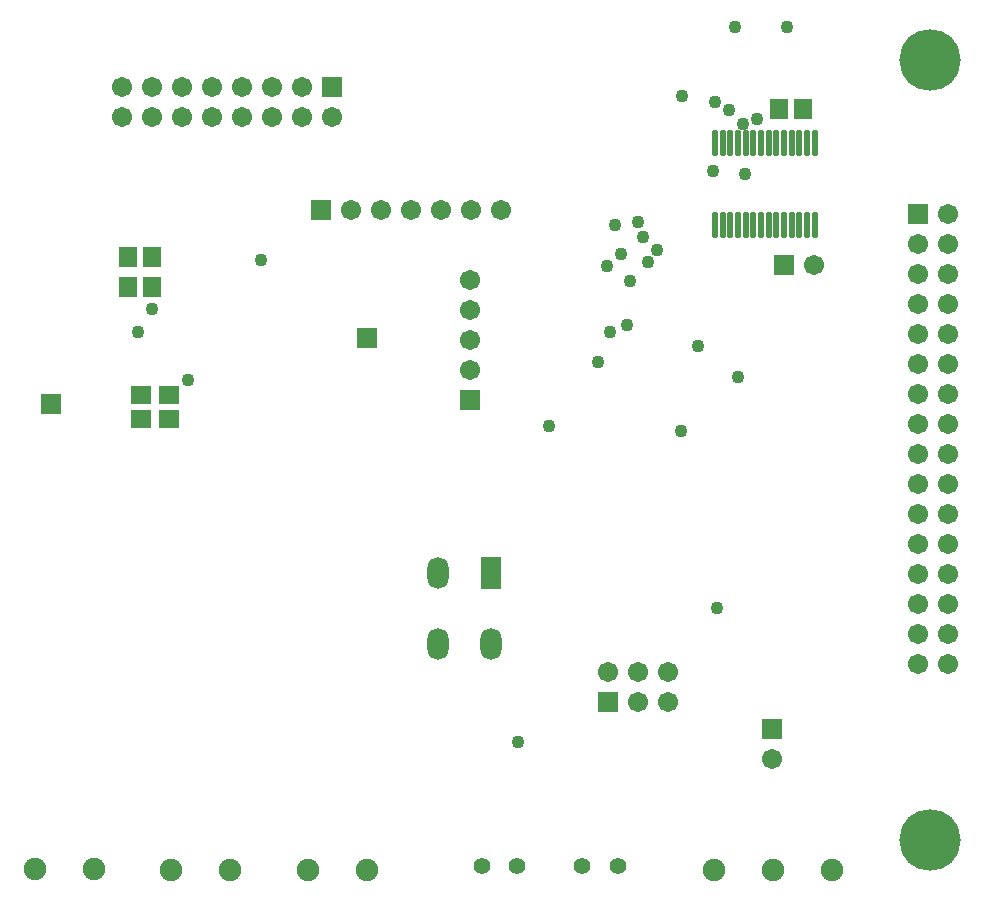
<source format=gbs>
%FSLAX25Y25*%
%MOIN*%
G70*
G01*
G75*
G04 Layer_Color=16711935*
%ADD10C,0.01000*%
%ADD11C,0.02500*%
%ADD12C,0.03000*%
%ADD13R,0.07087X0.06299*%
%ADD14R,0.01575X0.09449*%
%ADD15R,0.05512X0.05906*%
%ADD16R,0.01181X0.04724*%
%ADD17R,0.04724X0.01181*%
%ADD18R,0.11811X0.11811*%
%ADD19R,0.05906X0.05512*%
%ADD20R,0.06299X0.05984*%
%ADD21R,0.05984X0.06299*%
%ADD22R,0.08268X0.12598*%
%ADD23R,0.08268X0.03543*%
%ADD24R,0.03937X0.17716*%
%ADD25O,0.07087X0.01181*%
%ADD26O,0.01181X0.07087*%
%ADD27R,0.17716X0.03937*%
%ADD28R,0.05906X0.05906*%
%ADD29C,0.05906*%
%ADD30C,0.06693*%
%ADD31R,0.05906X0.05906*%
%ADD32C,0.19685*%
%ADD33O,0.06299X0.09843*%
%ADD34R,0.06299X0.09843*%
%ADD35C,0.04724*%
%ADD36C,0.03543*%
%ADD37C,0.03500*%
%ADD38O,0.01378X0.08268*%
%ADD39C,0.00984*%
%ADD40C,0.02362*%
%ADD41C,0.00394*%
%ADD42C,0.00787*%
%ADD43C,0.00800*%
%ADD44R,0.07887X0.07099*%
%ADD45R,0.02375X0.10249*%
%ADD46R,0.06312X0.06706*%
%ADD47R,0.01981X0.05524*%
%ADD48R,0.05524X0.01981*%
%ADD49R,0.12611X0.12611*%
%ADD50R,0.06706X0.06312*%
%ADD51R,0.07099X0.06784*%
%ADD52R,0.06784X0.07099*%
%ADD53R,0.09068X0.13398*%
%ADD54R,0.09068X0.04343*%
%ADD55R,0.04737X0.18517*%
%ADD56O,0.07887X0.01981*%
%ADD57O,0.01981X0.07887*%
%ADD58R,0.18517X0.04737*%
%ADD59R,0.06706X0.06706*%
%ADD60C,0.06706*%
%ADD61C,0.07493*%
%ADD62R,0.06706X0.06706*%
%ADD63C,0.20485*%
%ADD64O,0.07099X0.10642*%
%ADD65R,0.07099X0.10642*%
%ADD66C,0.05524*%
%ADD67C,0.04343*%
%ADD68C,0.04300*%
%ADD69O,0.02178X0.09068*%
D46*
X67337Y221800D02*
D03*
X59463D02*
D03*
X67337Y211800D02*
D03*
X59463D02*
D03*
X276378Y271260D02*
D03*
X284252D02*
D03*
D50*
X63800Y175837D02*
D03*
Y167963D02*
D03*
X73100Y175837D02*
D03*
Y167963D02*
D03*
D59*
X219500Y73400D02*
D03*
X139000Y194900D02*
D03*
X33900Y172800D02*
D03*
X123800Y237600D02*
D03*
X127500Y278500D02*
D03*
X277953Y219291D02*
D03*
D60*
X219500Y83400D02*
D03*
X229500Y73400D02*
D03*
Y83400D02*
D03*
X239500Y73400D02*
D03*
Y83400D02*
D03*
X173400Y214300D02*
D03*
Y204300D02*
D03*
Y194300D02*
D03*
Y184300D02*
D03*
X183800Y237600D02*
D03*
X173800D02*
D03*
X163800D02*
D03*
X153800D02*
D03*
X133800D02*
D03*
X143800D02*
D03*
X127500Y268500D02*
D03*
X117500Y278500D02*
D03*
Y268500D02*
D03*
X107500Y278500D02*
D03*
Y268500D02*
D03*
X97500Y278500D02*
D03*
Y268500D02*
D03*
X87500Y278500D02*
D03*
Y268500D02*
D03*
X77500Y278500D02*
D03*
Y268500D02*
D03*
X67500Y278500D02*
D03*
Y268500D02*
D03*
X57500Y278500D02*
D03*
Y268500D02*
D03*
X274016Y54567D02*
D03*
X332835Y86220D02*
D03*
X322835D02*
D03*
X332835Y96220D02*
D03*
X322835D02*
D03*
X332835Y106220D02*
D03*
X322835D02*
D03*
X332835Y116220D02*
D03*
X322835D02*
D03*
X332835Y126220D02*
D03*
X322835D02*
D03*
X332835Y136220D02*
D03*
X322835D02*
D03*
X332835Y146220D02*
D03*
X322835D02*
D03*
X332835Y156220D02*
D03*
X322835D02*
D03*
X332835Y166220D02*
D03*
X322835D02*
D03*
X332835Y176220D02*
D03*
X322835D02*
D03*
X332835Y186220D02*
D03*
X322835D02*
D03*
X332835Y196220D02*
D03*
X322835D02*
D03*
X332835Y206220D02*
D03*
X322835D02*
D03*
X332835Y216220D02*
D03*
X322835D02*
D03*
X332835Y226220D02*
D03*
X322835D02*
D03*
X332835Y236220D02*
D03*
X287953Y219291D02*
D03*
D61*
X274385Y17400D02*
D03*
X254700D02*
D03*
X294070D02*
D03*
X119300D02*
D03*
X138985D02*
D03*
X73700D02*
D03*
X93385D02*
D03*
X28300Y17700D02*
D03*
X47985D02*
D03*
D62*
X173400Y174300D02*
D03*
X274016Y64567D02*
D03*
X322835Y236220D02*
D03*
D63*
X326772Y27559D02*
D03*
Y287402D02*
D03*
D64*
X162583Y92878D02*
D03*
X180300D02*
D03*
X162583Y116500D02*
D03*
D65*
X180300D02*
D03*
D66*
X222670Y18798D02*
D03*
X210859D02*
D03*
X189206D02*
D03*
X177395D02*
D03*
D67*
X261695Y298361D02*
D03*
X279017D02*
D03*
D68*
X264500Y266200D02*
D03*
X244094Y275590D02*
D03*
X231100Y228500D02*
D03*
X189400Y60200D02*
D03*
X243900Y163700D02*
D03*
X225900Y199000D02*
D03*
X216200Y186900D02*
D03*
X220100Y196800D02*
D03*
X218950Y218850D02*
D03*
X221800Y232400D02*
D03*
X223800Y222900D02*
D03*
X226900Y213700D02*
D03*
X229550Y233500D02*
D03*
X232900Y220000D02*
D03*
X235600Y224100D02*
D03*
X199700Y165600D02*
D03*
X255800Y104900D02*
D03*
X249300Y192000D02*
D03*
X262600Y181900D02*
D03*
X269000Y267900D02*
D03*
X265000Y249600D02*
D03*
X254300Y250600D02*
D03*
X103700Y220800D02*
D03*
X62747Y196847D02*
D03*
X79400Y180900D02*
D03*
X67300Y204500D02*
D03*
X259700Y270800D02*
D03*
X255000Y273400D02*
D03*
D69*
X288287Y232480D02*
D03*
X285728D02*
D03*
X283169D02*
D03*
X280610D02*
D03*
X278051D02*
D03*
X275492D02*
D03*
X272933D02*
D03*
X270374D02*
D03*
X267815D02*
D03*
X265256D02*
D03*
X262697D02*
D03*
X260138D02*
D03*
X257579D02*
D03*
X255020D02*
D03*
X288287Y259646D02*
D03*
X285728D02*
D03*
X283169D02*
D03*
X280610D02*
D03*
X278051D02*
D03*
X275492D02*
D03*
X272933D02*
D03*
X270374D02*
D03*
X267815D02*
D03*
X265256D02*
D03*
X262697D02*
D03*
X260138D02*
D03*
X257579D02*
D03*
X255020D02*
D03*
M02*

</source>
